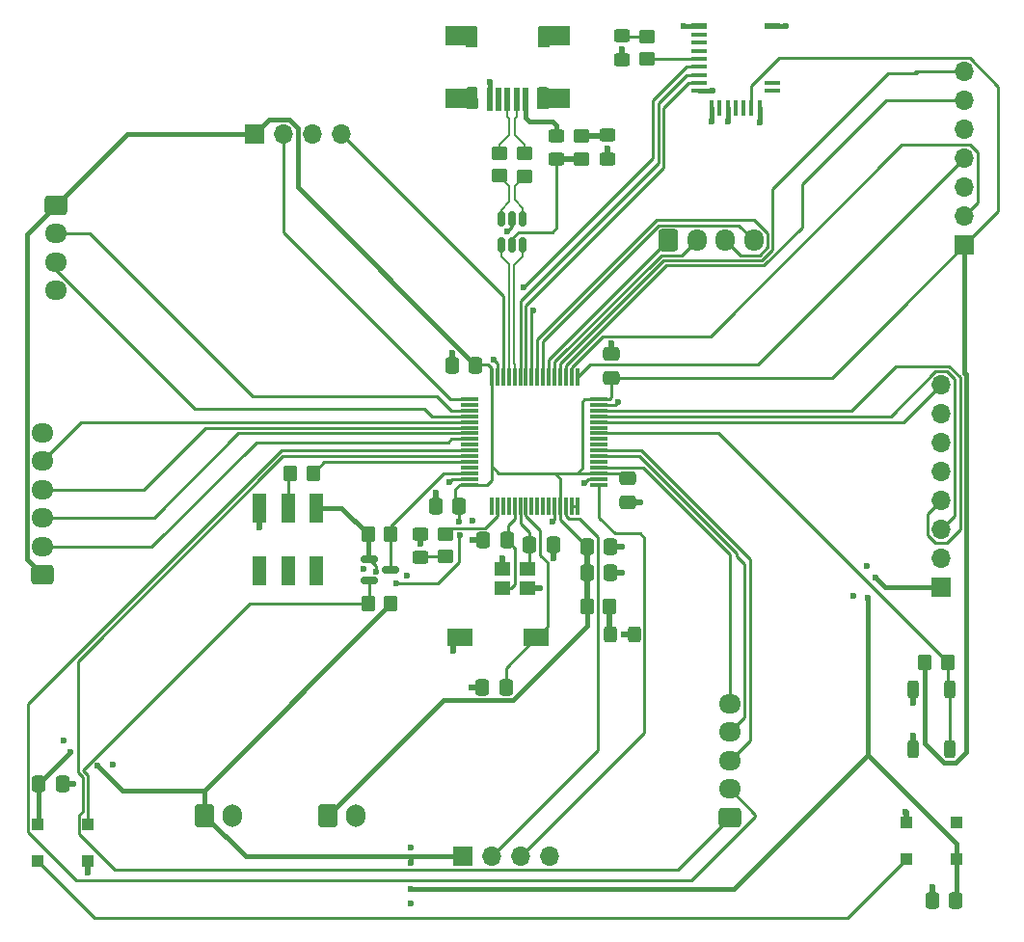
<source format=gbr>
%TF.GenerationSoftware,KiCad,Pcbnew,9.0.1*%
%TF.CreationDate,2025-05-06T12:52:45-06:00*%
%TF.ProjectId,TwylaBorck_2025_STM32F103_RobotBrain,5477796c-6142-46f7-9263-6b5f32303235,rev?*%
%TF.SameCoordinates,Original*%
%TF.FileFunction,Copper,L1,Top*%
%TF.FilePolarity,Positive*%
%FSLAX46Y46*%
G04 Gerber Fmt 4.6, Leading zero omitted, Abs format (unit mm)*
G04 Created by KiCad (PCBNEW 9.0.1) date 2025-05-06 12:52:45*
%MOMM*%
%LPD*%
G01*
G04 APERTURE LIST*
G04 Aperture macros list*
%AMRoundRect*
0 Rectangle with rounded corners*
0 $1 Rounding radius*
0 $2 $3 $4 $5 $6 $7 $8 $9 X,Y pos of 4 corners*
0 Add a 4 corners polygon primitive as box body*
4,1,4,$2,$3,$4,$5,$6,$7,$8,$9,$2,$3,0*
0 Add four circle primitives for the rounded corners*
1,1,$1+$1,$2,$3*
1,1,$1+$1,$4,$5*
1,1,$1+$1,$6,$7*
1,1,$1+$1,$8,$9*
0 Add four rect primitives between the rounded corners*
20,1,$1+$1,$2,$3,$4,$5,0*
20,1,$1+$1,$4,$5,$6,$7,0*
20,1,$1+$1,$6,$7,$8,$9,0*
20,1,$1+$1,$8,$9,$2,$3,0*%
G04 Aperture macros list end*
%TA.AperFunction,SMDPad,CuDef*%
%ADD10RoundRect,0.250000X-0.450000X0.350000X-0.450000X-0.350000X0.450000X-0.350000X0.450000X0.350000X0*%
%TD*%
%TA.AperFunction,SMDPad,CuDef*%
%ADD11RoundRect,0.075000X0.075000X-0.700000X0.075000X0.700000X-0.075000X0.700000X-0.075000X-0.700000X0*%
%TD*%
%TA.AperFunction,SMDPad,CuDef*%
%ADD12RoundRect,0.075000X0.700000X-0.075000X0.700000X0.075000X-0.700000X0.075000X-0.700000X-0.075000X0*%
%TD*%
%TA.AperFunction,SMDPad,CuDef*%
%ADD13RoundRect,0.250000X0.350000X0.450000X-0.350000X0.450000X-0.350000X-0.450000X0.350000X-0.450000X0*%
%TD*%
%TA.AperFunction,SMDPad,CuDef*%
%ADD14RoundRect,0.250000X0.450000X-0.350000X0.450000X0.350000X-0.450000X0.350000X-0.450000X-0.350000X0*%
%TD*%
%TA.AperFunction,SMDPad,CuDef*%
%ADD15RoundRect,0.250000X-0.337500X-0.475000X0.337500X-0.475000X0.337500X0.475000X-0.337500X0.475000X0*%
%TD*%
%TA.AperFunction,ComponentPad*%
%ADD16RoundRect,0.250000X-0.600000X-0.750000X0.600000X-0.750000X0.600000X0.750000X-0.600000X0.750000X0*%
%TD*%
%TA.AperFunction,ComponentPad*%
%ADD17O,1.700000X2.000000*%
%TD*%
%TA.AperFunction,ComponentPad*%
%ADD18R,1.700000X1.700000*%
%TD*%
%TA.AperFunction,ComponentPad*%
%ADD19O,1.700000X1.700000*%
%TD*%
%TA.AperFunction,ComponentPad*%
%ADD20RoundRect,0.250000X0.725000X-0.600000X0.725000X0.600000X-0.725000X0.600000X-0.725000X-0.600000X0*%
%TD*%
%TA.AperFunction,ComponentPad*%
%ADD21O,1.950000X1.700000*%
%TD*%
%TA.AperFunction,SMDPad,CuDef*%
%ADD22RoundRect,0.250000X0.450000X-0.325000X0.450000X0.325000X-0.450000X0.325000X-0.450000X-0.325000X0*%
%TD*%
%TA.AperFunction,SMDPad,CuDef*%
%ADD23RoundRect,0.150000X-0.587500X-0.150000X0.587500X-0.150000X0.587500X0.150000X-0.587500X0.150000X0*%
%TD*%
%TA.AperFunction,SMDPad,CuDef*%
%ADD24RoundRect,0.250000X-0.450000X0.325000X-0.450000X-0.325000X0.450000X-0.325000X0.450000X0.325000X0*%
%TD*%
%TA.AperFunction,SMDPad,CuDef*%
%ADD25RoundRect,0.250000X-0.350000X-0.450000X0.350000X-0.450000X0.350000X0.450000X-0.350000X0.450000X0*%
%TD*%
%TA.AperFunction,SMDPad,CuDef*%
%ADD26R,1.000000X1.000000*%
%TD*%
%TA.AperFunction,SMDPad,CuDef*%
%ADD27RoundRect,0.250000X0.337500X0.475000X-0.337500X0.475000X-0.337500X-0.475000X0.337500X-0.475000X0*%
%TD*%
%TA.AperFunction,ComponentPad*%
%ADD28RoundRect,0.250000X-0.725000X0.600000X-0.725000X-0.600000X0.725000X-0.600000X0.725000X0.600000X0*%
%TD*%
%TA.AperFunction,SMDPad,CuDef*%
%ADD29R,1.400000X0.600000*%
%TD*%
%TA.AperFunction,SMDPad,CuDef*%
%ADD30R,1.400000X0.400000*%
%TD*%
%TA.AperFunction,SMDPad,CuDef*%
%ADD31R,0.400000X1.400000*%
%TD*%
%TA.AperFunction,SMDPad,CuDef*%
%ADD32RoundRect,0.250000X-0.475000X0.337500X-0.475000X-0.337500X0.475000X-0.337500X0.475000X0.337500X0*%
%TD*%
%TA.AperFunction,SMDPad,CuDef*%
%ADD33RoundRect,0.150000X-0.150000X0.512500X-0.150000X-0.512500X0.150000X-0.512500X0.150000X0.512500X0*%
%TD*%
%TA.AperFunction,ComponentPad*%
%ADD34RoundRect,0.250000X-0.600000X-0.725000X0.600000X-0.725000X0.600000X0.725000X-0.600000X0.725000X0*%
%TD*%
%TA.AperFunction,ComponentPad*%
%ADD35O,1.700000X1.950000*%
%TD*%
%TA.AperFunction,SMDPad,CuDef*%
%ADD36R,1.400000X1.200000*%
%TD*%
%TA.AperFunction,SMDPad,CuDef*%
%ADD37R,2.300000X1.500000*%
%TD*%
%TA.AperFunction,SMDPad,CuDef*%
%ADD38RoundRect,0.250000X0.325000X0.450000X-0.325000X0.450000X-0.325000X-0.450000X0.325000X-0.450000X0*%
%TD*%
%TA.AperFunction,SMDPad,CuDef*%
%ADD39RoundRect,0.250000X0.475000X-0.337500X0.475000X0.337500X-0.475000X0.337500X-0.475000X-0.337500X0*%
%TD*%
%TA.AperFunction,SMDPad,CuDef*%
%ADD40RoundRect,0.250000X-0.250000X0.525000X-0.250000X-0.525000X0.250000X-0.525000X0.250000X0.525000X0*%
%TD*%
%TA.AperFunction,SMDPad,CuDef*%
%ADD41R,1.200000X2.500000*%
%TD*%
%TA.AperFunction,SMDPad,CuDef*%
%ADD42R,0.500000X2.000000*%
%TD*%
%TA.AperFunction,SMDPad,CuDef*%
%ADD43R,2.000000X1.700000*%
%TD*%
%TA.AperFunction,ViaPad*%
%ADD44C,0.600000*%
%TD*%
%TA.AperFunction,Conductor*%
%ADD45C,0.254000*%
%TD*%
%TA.AperFunction,Conductor*%
%ADD46C,0.381000*%
%TD*%
%TA.AperFunction,Conductor*%
%ADD47C,0.508000*%
%TD*%
%TA.AperFunction,Conductor*%
%ADD48C,0.200000*%
%TD*%
G04 APERTURE END LIST*
D10*
%TO.P,R2,1*%
%TO.N,/D+*%
X137680000Y-41715000D03*
%TO.P,R2,2*%
%TO.N,/USB_CONN_D+*%
X137680000Y-43715000D03*
%TD*%
D11*
%TO.P,U1,1,VBAT*%
%TO.N,unconnected-(U1-VBAT-Pad1)*%
X136990000Y-72760000D03*
%TO.P,U1,2,PC13*%
%TO.N,/USER_LED*%
X137490000Y-72760000D03*
%TO.P,U1,3,PC14*%
%TO.N,unconnected-(U1-PC14-Pad3)*%
X137990000Y-72760000D03*
%TO.P,U1,4,PC15*%
%TO.N,unconnected-(U1-PC15-Pad4)*%
X138490000Y-72760000D03*
%TO.P,U1,5,RCC_OSC_IN*%
%TO.N,/OSC_IN*%
X138990000Y-72760000D03*
%TO.P,U1,6,RCC_OSC_OUT*%
%TO.N,/OSC_OUT*%
X139490000Y-72760000D03*
%TO.P,U1,7,NRST*%
%TO.N,/RESET*%
X139990000Y-72760000D03*
%TO.P,U1,8,PC0*%
%TO.N,unconnected-(U1-PC0-Pad8)*%
X140490000Y-72760000D03*
%TO.P,U1,9,PC1*%
%TO.N,unconnected-(U1-PC1-Pad9)*%
X140990000Y-72760000D03*
%TO.P,U1,10,PC2*%
%TO.N,unconnected-(U1-PC2-Pad10)*%
X141490000Y-72760000D03*
%TO.P,U1,11,PC3*%
%TO.N,unconnected-(U1-PC3-Pad11)*%
X141990000Y-72760000D03*
%TO.P,U1,12,VSSA*%
%TO.N,GND*%
X142490000Y-72760000D03*
%TO.P,U1,13,VDDA*%
%TO.N,+3V3*%
X142990000Y-72760000D03*
%TO.P,U1,14,PA0*%
%TO.N,/ULTRA_TRIG*%
X143490000Y-72760000D03*
%TO.P,U1,15,PA1*%
%TO.N,Net-(U1-PA1)*%
X143990000Y-72760000D03*
%TO.P,U1,16,PA2*%
X144490000Y-72760000D03*
D12*
%TO.P,U1,17,PA3*%
%TO.N,/ULTRA_ECHO*%
X146415000Y-70835000D03*
%TO.P,U1,18,VSS*%
%TO.N,GND*%
X146415000Y-70335000D03*
%TO.P,U1,19,VDD*%
%TO.N,+3V3*%
X146415000Y-69835000D03*
%TO.P,U1,20,PA4*%
%TO.N,/PWR_ADC*%
X146415000Y-69335000D03*
%TO.P,U1,21,PA5*%
%TO.N,unconnected-(U1-PA5-Pad21)*%
X146415000Y-68835000D03*
%TO.P,U1,22,PA6*%
%TO.N,/E1B*%
X146415000Y-68335000D03*
%TO.P,U1,23,PA7*%
%TO.N,/E1A*%
X146415000Y-67835000D03*
%TO.P,U1,24,PC4*%
%TO.N,unconnected-(U1-PC4-Pad24)*%
X146415000Y-67335000D03*
%TO.P,U1,25,PC5*%
%TO.N,unconnected-(U1-PC5-Pad25)*%
X146415000Y-66835000D03*
%TO.P,U1,26,PB0*%
%TO.N,/uBUTTON*%
X146415000Y-66335000D03*
%TO.P,U1,27,PB1*%
%TO.N,unconnected-(U1-PB1-Pad27)*%
X146415000Y-65835000D03*
%TO.P,U1,28,PB2*%
%TO.N,/IMU_INT*%
X146415000Y-65335000D03*
%TO.P,U1,29,PB10*%
%TO.N,/IMU_I2C_SCL*%
X146415000Y-64835000D03*
%TO.P,U1,30,PB11*%
%TO.N,/IMU_I2C_SDA*%
X146415000Y-64335000D03*
%TO.P,U1,31,VSS*%
%TO.N,GND*%
X146415000Y-63835000D03*
%TO.P,U1,32,VDD*%
%TO.N,+3V3*%
X146415000Y-63335000D03*
D11*
%TO.P,U1,33,PB12*%
%TO.N,/PS2_CS*%
X144490000Y-61410000D03*
%TO.P,U1,34,PB13*%
%TO.N,/PS2_SCK*%
X143990000Y-61410000D03*
%TO.P,U1,35,PB14*%
%TO.N,/PS2_MISO*%
X143490000Y-61410000D03*
%TO.P,U1,36,PB15*%
%TO.N,/PS2_MOSI*%
X142990000Y-61410000D03*
%TO.P,U1,37,PC6*%
%TO.N,/AN1*%
X142490000Y-61410000D03*
%TO.P,U1,38,PC7*%
%TO.N,/AN2*%
X141990000Y-61410000D03*
%TO.P,U1,39,PC8*%
%TO.N,/BN1*%
X141490000Y-61410000D03*
%TO.P,U1,40,PC9*%
%TO.N,/BN2*%
X140990000Y-61410000D03*
%TO.P,U1,41,PA8*%
%TO.N,/BL_WAKEUP*%
X140490000Y-61410000D03*
%TO.P,U1,42,PA9*%
%TO.N,/BL_RX*%
X139990000Y-61410000D03*
%TO.P,U1,43,PA10*%
%TO.N,/BL_TX*%
X139490000Y-61410000D03*
%TO.P,U1,44,USB_DM*%
%TO.N,/USB_D-*%
X138990000Y-61410000D03*
%TO.P,U1,45,USB_DP*%
%TO.N,/USB_D+*%
X138490000Y-61410000D03*
%TO.P,U1,46,SYS_JTMS-SWDIO*%
%TO.N,/SWDIO*%
X137990000Y-61410000D03*
%TO.P,U1,47,VSS*%
%TO.N,GND*%
X137490000Y-61410000D03*
%TO.P,U1,48,VDD*%
%TO.N,+3V3*%
X136990000Y-61410000D03*
D12*
%TO.P,U1,49,SYS_JTCK-SWCLK*%
%TO.N,/SWCLK*%
X135065000Y-63335000D03*
%TO.P,U1,50,PA15*%
%TO.N,unconnected-(U1-PA15-Pad50)*%
X135065000Y-63835000D03*
%TO.P,U1,51,PC10*%
%TO.N,/USER_TX*%
X135065000Y-64335000D03*
%TO.P,U1,52,PC11*%
%TO.N,/USER_RX*%
X135065000Y-64835000D03*
%TO.P,U1,53,PC12*%
%TO.N,/X4*%
X135065000Y-65335000D03*
%TO.P,U1,54,PD2*%
%TO.N,/X3*%
X135065000Y-65835000D03*
%TO.P,U1,55,PB3*%
%TO.N,/X2*%
X135065000Y-66335000D03*
%TO.P,U1,56,PB4*%
%TO.N,/X1*%
X135065000Y-66835000D03*
%TO.P,U1,57,PB5*%
%TO.N,unconnected-(U1-PB5-Pad57)*%
X135065000Y-67335000D03*
%TO.P,U1,58,PB6*%
%TO.N,/E2B*%
X135065000Y-67835000D03*
%TO.P,U1,59,PB7*%
%TO.N,/E2A*%
X135065000Y-68335000D03*
%TO.P,U1,60,BOOT0*%
%TO.N,/BOOT*%
X135065000Y-68835000D03*
%TO.P,U1,61,PB8*%
%TO.N,unconnected-(U1-PB8-Pad61)*%
X135065000Y-69335000D03*
%TO.P,U1,62,PB9*%
%TO.N,/RGB_DIN*%
X135065000Y-69835000D03*
%TO.P,U1,63,VSS*%
%TO.N,GND*%
X135065000Y-70335000D03*
%TO.P,U1,64,VDD*%
%TO.N,+3V3*%
X135065000Y-70835000D03*
%TD*%
D13*
%TO.P,R9,1*%
%TO.N,+5V*%
X128117500Y-81300000D03*
%TO.P,R9,2*%
%TO.N,Net-(LED1-DIN)*%
X126117500Y-81300000D03*
%TD*%
D14*
%TO.P,R3,1*%
%TO.N,/USB_CONN_D-*%
X139860000Y-43735000D03*
%TO.P,R3,2*%
%TO.N,/D-*%
X139860000Y-41735000D03*
%TD*%
D15*
%TO.P,C12,1*%
%TO.N,+5V*%
X97200000Y-97150000D03*
%TO.P,C12,2*%
%TO.N,GND*%
X99275000Y-97150000D03*
%TD*%
D16*
%TO.P,J6,1,Pin_1*%
%TO.N,+3V3*%
X122580000Y-99900000D03*
D17*
%TO.P,J6,2,Pin_2*%
%TO.N,GND*%
X125080000Y-99900000D03*
%TD*%
D18*
%TO.P,J9,1,Pin_1*%
%TO.N,+3V3*%
X178500000Y-49800000D03*
D19*
%TO.P,J9,2,Pin_2*%
%TO.N,/PS2_SCK*%
X178500000Y-47260000D03*
%TO.P,J9,3,Pin_3*%
%TO.N,unconnected-(J9-Pin_3-Pad3)*%
X178500000Y-44720000D03*
%TO.P,J9,4,Pin_4*%
%TO.N,/PS2_CS*%
X178500000Y-42180000D03*
%TO.P,J9,5,Pin_5*%
%TO.N,GND*%
X178500000Y-39640000D03*
%TO.P,J9,6,Pin_6*%
%TO.N,/PS2_MISO*%
X178500000Y-37100000D03*
%TO.P,J9,7,Pin_7*%
%TO.N,/PS2_MOSI*%
X178500000Y-34560000D03*
%TD*%
D20*
%TO.P,J8,1,Pin_1*%
%TO.N,/E2A*%
X157890000Y-100070000D03*
D21*
%TO.P,J8,2,Pin_2*%
%TO.N,/E2B*%
X157890000Y-97570000D03*
%TO.P,J8,3,Pin_3*%
%TO.N,/E1A*%
X157890000Y-95070000D03*
%TO.P,J8,4,Pin_4*%
%TO.N,/E1B*%
X157890000Y-92570000D03*
%TO.P,J8,5,Pin_5*%
%TO.N,/PWR_ADC*%
X157890000Y-90070000D03*
%TD*%
D18*
%TO.P,J2,1,Pin_1*%
%TO.N,+5V*%
X176465000Y-79835000D03*
D19*
%TO.P,J2,2,Pin_2*%
%TO.N,GND*%
X176465000Y-77295000D03*
%TO.P,J2,3,Pin_3*%
%TO.N,/IMU_I2C_SCL*%
X176465000Y-74755000D03*
%TO.P,J2,4,Pin_4*%
%TO.N,/IMU_I2C_SDA*%
X176465000Y-72215000D03*
%TO.P,J2,5,Pin_5*%
%TO.N,unconnected-(J2-Pin_5-Pad5)*%
X176465000Y-69675000D03*
%TO.P,J2,6,Pin_6*%
%TO.N,unconnected-(J2-Pin_6-Pad6)*%
X176465000Y-67135000D03*
%TO.P,J2,7,Pin_7*%
%TO.N,unconnected-(J2-Pin_7-Pad7)*%
X176465000Y-64595000D03*
%TO.P,J2,8,Pin_8*%
%TO.N,/IMU_INT*%
X176465000Y-62055000D03*
%TD*%
D22*
%TO.P,D4,1,K*%
%TO.N,GND*%
X148410000Y-33500000D03*
%TO.P,D4,2,A*%
%TO.N,Net-(D4-A)*%
X148410000Y-31450000D03*
%TD*%
D23*
%TO.P,Q1,1,G*%
%TO.N,+3V3*%
X126210000Y-77360000D03*
%TO.P,Q1,2,S*%
%TO.N,Net-(LED1-DIN)*%
X126210000Y-79260000D03*
%TO.P,Q1,3,D*%
%TO.N,/RGB_DIN*%
X128085000Y-78310000D03*
%TD*%
D24*
%TO.P,D3,1,K*%
%TO.N,GND*%
X130690000Y-75155000D03*
%TO.P,D3,2,A*%
%TO.N,Net-(D3-A)*%
X130690000Y-77205000D03*
%TD*%
D25*
%TO.P,R5,1*%
%TO.N,+3V3*%
X145347500Y-81570000D03*
%TO.P,R5,2*%
%TO.N,Net-(D2-A)*%
X147347500Y-81570000D03*
%TD*%
D26*
%TO.P,LED1,1,VDD*%
%TO.N,+5V*%
X97150000Y-100700000D03*
%TO.P,LED1,2,DOUT*%
%TO.N,Net-(LED1-DOUT)*%
X97150000Y-103900000D03*
%TO.P,LED1,3,VSS*%
%TO.N,GND*%
X101550000Y-103900000D03*
%TO.P,LED1,4,DIN*%
%TO.N,Net-(LED1-DIN)*%
X101550000Y-100700000D03*
%TD*%
D24*
%TO.P,F1,1*%
%TO.N,Net-(J1-VBUS)*%
X142670000Y-40210000D03*
%TO.P,F1,2*%
%TO.N,Vusb*%
X142670000Y-42260000D03*
%TD*%
D27*
%TO.P,C9,1*%
%TO.N,/OSC_IN*%
X138337500Y-75730000D03*
%TO.P,C9,2*%
%TO.N,GND*%
X136262500Y-75730000D03*
%TD*%
D13*
%TO.P,R10,1*%
%TO.N,/RGB_DIN*%
X128117500Y-75210000D03*
%TO.P,R10,2*%
%TO.N,+3V3*%
X126117500Y-75210000D03*
%TD*%
D18*
%TO.P,J4,1,Pin_1*%
%TO.N,+3V3*%
X116160000Y-40040000D03*
D19*
%TO.P,J4,2,Pin_2*%
%TO.N,/SWCLK*%
X118700000Y-40040000D03*
%TO.P,J4,3,Pin_3*%
%TO.N,GND*%
X121240000Y-40040000D03*
%TO.P,J4,4,Pin_4*%
%TO.N,/SWDIO*%
X123780000Y-40040000D03*
%TD*%
D25*
%TO.P,R8,1*%
%TO.N,+3V3*%
X175000000Y-86410000D03*
%TO.P,R8,2*%
%TO.N,/uBUTTON*%
X177000000Y-86410000D03*
%TD*%
D28*
%TO.P,J11,1,Pin_1*%
%TO.N,+3V3*%
X98720000Y-46270000D03*
D21*
%TO.P,J11,2,Pin_2*%
%TO.N,/USER_TX*%
X98720000Y-48770000D03*
%TO.P,J11,3,Pin_3*%
%TO.N,/USER_RX*%
X98720000Y-51270000D03*
%TO.P,J11,4,Pin_4*%
%TO.N,GND*%
X98720000Y-53770000D03*
%TD*%
D29*
%TO.P,MDBT42T-AT1,1,GND@1*%
%TO.N,GND*%
X155200000Y-30540000D03*
D30*
%TO.P,MDBT42T-AT1,2,NC@2*%
%TO.N,unconnected-(MDBT42T-AT1-NC@2-Pad2)*%
X155200000Y-31340000D03*
%TO.P,MDBT42T-AT1,3,NC@3*%
%TO.N,unconnected-(MDBT42T-AT1-NC@3-Pad3)*%
X155200000Y-32040000D03*
%TO.P,MDBT42T-AT1,4,RESET*%
%TO.N,unconnected-(MDBT42T-AT1-RESET-Pad4)*%
X155200000Y-32740000D03*
%TO.P,MDBT42T-AT1,5,INDICATOR*%
%TO.N,Net-(MDBT42T-AT1-INDICATOR)*%
X155200000Y-33440000D03*
%TO.P,MDBT42T-AT1,6,WAKEUP*%
%TO.N,/BL_WAKEUP*%
X155200000Y-34140000D03*
%TO.P,MDBT42T-AT1,7,TX*%
%TO.N,/BL_TX*%
X155200000Y-34840000D03*
%TO.P,MDBT42T-AT1,8,RX*%
%TO.N,/BL_RX*%
X155200000Y-35540000D03*
%TO.P,MDBT42T-AT1,9,UART_PD*%
%TO.N,GND*%
X155200000Y-36240000D03*
D31*
%TO.P,MDBT42T-AT1,10,GND@10*%
X156300000Y-37740000D03*
%TO.P,MDBT42T-AT1,11,ADC*%
%TO.N,unconnected-(MDBT42T-AT1-ADC-Pad11)*%
X157000000Y-37740000D03*
%TO.P,MDBT42T-AT1,12,FLASH_DEFAULT*%
%TO.N,GND*%
X157700000Y-37740000D03*
%TO.P,MDBT42T-AT1,13,RTS/XL2*%
%TO.N,unconnected-(MDBT42T-AT1-RTS{slash}XL2-Pad13)*%
X158400000Y-37740000D03*
%TO.P,MDBT42T-AT1,14,CTS/XL1*%
%TO.N,unconnected-(MDBT42T-AT1-CTS{slash}XL1-Pad14)*%
X159100000Y-37740000D03*
%TO.P,MDBT42T-AT1,15,VDD*%
%TO.N,+3V3*%
X159800000Y-37740000D03*
%TO.P,MDBT42T-AT1,16,GND@16*%
%TO.N,GND*%
X160500000Y-37740000D03*
D30*
%TO.P,MDBT42T-AT1,17,DCC*%
%TO.N,unconnected-(MDBT42T-AT1-DCC-Pad17)*%
X161600000Y-36240000D03*
%TO.P,MDBT42T-AT1,18,DEC4*%
%TO.N,unconnected-(MDBT42T-AT1-DEC4-Pad18)*%
X161600000Y-35540000D03*
D29*
%TO.P,MDBT42T-AT1,19,GND@19*%
%TO.N,GND*%
X161600000Y-30540000D03*
%TD*%
D27*
%TO.P,C2,1*%
%TO.N,+3V3*%
X135577500Y-60340000D03*
%TO.P,C2,2*%
%TO.N,GND*%
X133502500Y-60340000D03*
%TD*%
D10*
%TO.P,R6,1*%
%TO.N,/USER_LED*%
X132960000Y-75150000D03*
%TO.P,R6,2*%
%TO.N,Net-(D3-A)*%
X132960000Y-77150000D03*
%TD*%
D14*
%TO.P,R7,1*%
%TO.N,Net-(MDBT42T-AT1-INDICATOR)*%
X150640000Y-33475000D03*
%TO.P,R7,2*%
%TO.N,Net-(D4-A)*%
X150640000Y-31475000D03*
%TD*%
D32*
%TO.P,C4,1*%
%TO.N,+3V3*%
X148960000Y-70302500D03*
%TO.P,C4,2*%
%TO.N,GND*%
X148960000Y-72377500D03*
%TD*%
D33*
%TO.P,U2,1,I/O1*%
%TO.N,/USB_CONN_D-*%
X139730000Y-47510000D03*
%TO.P,U2,2,GND*%
%TO.N,GND*%
X138780000Y-47510000D03*
%TO.P,U2,3,I/O2*%
%TO.N,/USB_CONN_D+*%
X137830000Y-47510000D03*
%TO.P,U2,4,I/O2*%
%TO.N,/USB_D+*%
X137830000Y-49785000D03*
%TO.P,U2,5,VBUS*%
%TO.N,Vusb*%
X138780000Y-49785000D03*
%TO.P,U2,6,I/O1*%
%TO.N,/USB_D-*%
X139730000Y-49785000D03*
%TD*%
D15*
%TO.P,C5,1*%
%TO.N,+3V3*%
X145352500Y-76290000D03*
%TO.P,C5,2*%
%TO.N,GND*%
X147427500Y-76290000D03*
%TD*%
D18*
%TO.P,J3,1,Pin_1*%
%TO.N,+5V*%
X134460000Y-103485000D03*
D19*
%TO.P,J3,2,Pin_2*%
%TO.N,/ULTRA_TRIG*%
X137000000Y-103485000D03*
%TO.P,J3,3,Pin_3*%
%TO.N,/ULTRA_ECHO*%
X139540000Y-103485000D03*
%TO.P,J3,4,Pin_4*%
%TO.N,GND*%
X142080000Y-103485000D03*
%TD*%
D34*
%TO.P,J7,1,Pin_1*%
%TO.N,/AN2*%
X152510000Y-49370000D03*
D35*
%TO.P,J7,2,Pin_2*%
%TO.N,/AN1*%
X155010000Y-49370000D03*
%TO.P,J7,3,Pin_3*%
%TO.N,/BN2*%
X157510000Y-49370000D03*
%TO.P,J7,4,Pin_4*%
%TO.N,/BN1*%
X160010000Y-49370000D03*
%TD*%
D36*
%TO.P,Y2,1,1*%
%TO.N,/OSC_IN*%
X137952500Y-79920000D03*
%TO.P,Y2,2,2*%
%TO.N,GND*%
X140152500Y-79920000D03*
%TO.P,Y2,3,3*%
%TO.N,/OSC_OUT*%
X140152500Y-78220000D03*
%TO.P,Y2,4,4*%
%TO.N,GND*%
X137952500Y-78220000D03*
%TD*%
D37*
%TO.P,SW1,1,A*%
%TO.N,GND*%
X134220000Y-84280000D03*
%TO.P,SW1,2,B*%
%TO.N,/RESET*%
X140920000Y-84280000D03*
%TD*%
D15*
%TO.P,C6,1*%
%TO.N,+3V3*%
X145352500Y-78580000D03*
%TO.P,C6,2*%
%TO.N,GND*%
X147427500Y-78580000D03*
%TD*%
D16*
%TO.P,J5,1,Pin_1*%
%TO.N,+5V*%
X111750000Y-99875000D03*
D17*
%TO.P,J5,2,Pin_2*%
%TO.N,GND*%
X114250000Y-99875000D03*
%TD*%
D38*
%TO.P,D2,1,K*%
%TO.N,GND*%
X149492500Y-83950000D03*
%TO.P,D2,2,A*%
%TO.N,Net-(D2-A)*%
X147442500Y-83950000D03*
%TD*%
D27*
%TO.P,C1,1*%
%TO.N,+3V3*%
X134137500Y-72690000D03*
%TO.P,C1,2*%
%TO.N,GND*%
X132062500Y-72690000D03*
%TD*%
D26*
%TO.P,LED2,1,VDD*%
%TO.N,+5V*%
X177760000Y-103740000D03*
%TO.P,LED2,2,DOUT*%
%TO.N,unconnected-(LED2-DOUT-Pad2)*%
X177760000Y-100540000D03*
%TO.P,LED2,3,VSS*%
%TO.N,GND*%
X173360000Y-100540000D03*
%TO.P,LED2,4,DIN*%
%TO.N,Net-(LED1-DOUT)*%
X173360000Y-103740000D03*
%TD*%
D15*
%TO.P,C8,1*%
%TO.N,/OSC_OUT*%
X140312500Y-76140000D03*
%TO.P,C8,2*%
%TO.N,GND*%
X142387500Y-76140000D03*
%TD*%
D13*
%TO.P,R1,1*%
%TO.N,/BOOT*%
X121300000Y-69810000D03*
%TO.P,R1,2*%
%TO.N,Net-(R1-Pad2)*%
X119300000Y-69810000D03*
%TD*%
D20*
%TO.P,J10,1,Pin_1*%
%TO.N,+3V3*%
X97510000Y-78760000D03*
D21*
%TO.P,J10,2,Pin_2*%
%TO.N,/X1*%
X97510000Y-76260000D03*
%TO.P,J10,3,Pin_3*%
%TO.N,/X2*%
X97510000Y-73760000D03*
%TO.P,J10,4,Pin_4*%
%TO.N,/X3*%
X97510000Y-71260000D03*
%TO.P,J10,5,Pin_5*%
%TO.N,/X4*%
X97510000Y-68760000D03*
%TO.P,J10,6,Pin_6*%
%TO.N,GND*%
X97510000Y-66260000D03*
%TD*%
D39*
%TO.P,C3,1*%
%TO.N,+3V3*%
X147470000Y-61457500D03*
%TO.P,C3,2*%
%TO.N,GND*%
X147470000Y-59382500D03*
%TD*%
D40*
%TO.P,SW2,1,A*%
%TO.N,/uBUTTON*%
X177200000Y-88835000D03*
X177200000Y-94085000D03*
%TO.P,SW2,2,B*%
%TO.N,GND*%
X174000000Y-88835000D03*
X174000000Y-94085000D03*
%TD*%
D22*
%TO.P,D1,1,K*%
%TO.N,GND*%
X147160000Y-42210000D03*
%TO.P,D1,2,A*%
%TO.N,Net-(D1-A)*%
X147160000Y-40160000D03*
%TD*%
D41*
%TO.P,S1,1*%
%TO.N,+3V3*%
X121610000Y-72880000D03*
%TO.P,S1,2*%
%TO.N,Net-(R1-Pad2)*%
X119110000Y-72880000D03*
%TO.P,S1,3*%
%TO.N,GND*%
X116610000Y-72880000D03*
%TO.P,S1,4*%
%TO.N,unconnected-(S1-Pad4)*%
X121610000Y-78380000D03*
%TO.P,S1,5*%
%TO.N,unconnected-(S1-Pad5)*%
X119110000Y-78380000D03*
%TO.P,S1,6*%
%TO.N,unconnected-(S1-Pad6)*%
X116610000Y-78380000D03*
%TD*%
D27*
%TO.P,C11,1*%
%TO.N,+5V*%
X177747500Y-107320000D03*
%TO.P,C11,2*%
%TO.N,GND*%
X175672500Y-107320000D03*
%TD*%
D42*
%TO.P,J1,1,VBUS*%
%TO.N,Net-(J1-VBUS)*%
X139980000Y-37000000D03*
%TO.P,J1,2,D-*%
%TO.N,/D-*%
X139180000Y-37000000D03*
%TO.P,J1,3,D+*%
%TO.N,/D+*%
X138380000Y-37000000D03*
%TO.P,J1,4,ID*%
%TO.N,unconnected-(J1-ID-Pad4)*%
X137580000Y-37000000D03*
%TO.P,J1,5,GND*%
%TO.N,GND*%
X136780000Y-37000000D03*
D43*
%TO.P,J1,6,Shield*%
X142830000Y-36900000D03*
X142830000Y-31450000D03*
X133930000Y-36900000D03*
X133930000Y-31450000D03*
%TD*%
D27*
%TO.P,C7,1*%
%TO.N,/RESET*%
X138247500Y-88630000D03*
%TO.P,C7,2*%
%TO.N,GND*%
X136172500Y-88630000D03*
%TD*%
D14*
%TO.P,R4,1*%
%TO.N,Vusb*%
X144880000Y-42215000D03*
%TO.P,R4,2*%
%TO.N,Net-(D1-A)*%
X144880000Y-40215000D03*
%TD*%
D44*
%TO.N,+3V3*%
X128600000Y-79500000D03*
X134160000Y-75304000D03*
X134100000Y-74050000D03*
X126847500Y-78461242D03*
%TO.N,GND*%
X135300000Y-31060000D03*
X135310000Y-31970000D03*
X138320000Y-48630000D03*
X101550000Y-104940000D03*
X136780000Y-35480000D03*
X103700000Y-95400000D03*
X137200000Y-59890000D03*
X135310000Y-36460000D03*
X100250000Y-97140000D03*
X148430000Y-76280000D03*
X133260000Y-70570000D03*
X160490000Y-38990000D03*
X156300000Y-38970000D03*
X99400000Y-93300000D03*
X135310000Y-75730000D03*
X129900000Y-102700000D03*
X141240000Y-79920000D03*
X116610000Y-74610000D03*
X162820000Y-30550000D03*
X150070000Y-72380000D03*
X125700000Y-78200000D03*
X174000000Y-92900000D03*
X132070000Y-71580000D03*
X133640000Y-85390000D03*
X141410000Y-36420000D03*
X145110000Y-70690000D03*
X168700000Y-80600000D03*
X173350000Y-99580000D03*
X135300000Y-74000000D03*
X153880000Y-30560000D03*
X148580000Y-83950000D03*
X169900000Y-78000000D03*
X135220000Y-88640000D03*
X141420000Y-37150000D03*
X141430000Y-31900000D03*
X141430000Y-31090000D03*
X157700000Y-38950000D03*
X175680000Y-106180000D03*
X148460000Y-78570000D03*
X129500000Y-78800000D03*
X137960000Y-77270000D03*
X148070000Y-63560000D03*
X148400000Y-32585000D03*
X129900000Y-107600000D03*
X156420000Y-36240000D03*
X130690000Y-76070000D03*
X133510000Y-59260000D03*
X142390000Y-77290000D03*
X173990000Y-90010000D03*
X142300000Y-74080000D03*
X147470000Y-58420000D03*
X135310000Y-37250000D03*
X147170000Y-41280000D03*
%TO.N,+5V*%
X170700000Y-79000000D03*
X129900000Y-106300000D03*
X170000000Y-80800000D03*
X102400000Y-95500000D03*
X100000000Y-94300000D03*
X129900000Y-104036000D03*
%TO.N,/BL_WAKEUP*%
X140617000Y-55500000D03*
X139800000Y-53500000D03*
%TD*%
D45*
%TO.N,/PS2_SCK*%
X178987944Y-41002000D02*
X173003895Y-41002000D01*
X156213895Y-57792000D02*
X146716992Y-57792000D01*
X178500000Y-47260000D02*
X179678000Y-46082000D01*
X179678000Y-41692056D02*
X178987944Y-41002000D01*
X146716992Y-57792000D02*
X143990000Y-60518992D01*
X179678000Y-46082000D02*
X179678000Y-41692056D01*
X143990000Y-60518992D02*
X143990000Y-61410000D01*
X173003895Y-41002000D02*
X156213895Y-57792000D01*
%TO.N,/PS2_MISO*%
X171594107Y-37100000D02*
X178500000Y-37100000D01*
X143490000Y-61410000D02*
X143490000Y-60375525D01*
X164222000Y-44472107D02*
X171594107Y-37100000D01*
X152282525Y-51583000D02*
X160874880Y-51582999D01*
X143490000Y-60375525D02*
X152282525Y-51583000D01*
X164222000Y-48235879D02*
X164222000Y-44472107D01*
X160874880Y-51582999D02*
X164222000Y-48235879D01*
%TO.N,/PS2_CS*%
X145602000Y-60298000D02*
X160382000Y-60298000D01*
X144490000Y-61410000D02*
X145602000Y-60298000D01*
X160382000Y-60298000D02*
X178500000Y-42180000D01*
%TO.N,/PS2_MOSI*%
X152038936Y-51128000D02*
X160686412Y-51128000D01*
X174260000Y-34700000D02*
X174400000Y-34560000D01*
X174400000Y-34560000D02*
X178500000Y-34560000D01*
X161643000Y-44857000D02*
X171800000Y-34700000D01*
X142990000Y-61410000D02*
X142990000Y-60176936D01*
X174134107Y-34560000D02*
X174400000Y-34560000D01*
X160686412Y-51128000D02*
X161643000Y-50171411D01*
X161643000Y-50171411D02*
X161643000Y-44857000D01*
X171800000Y-34700000D02*
X174260000Y-34700000D01*
X142990000Y-60176936D02*
X152038936Y-51128000D01*
%TO.N,Net-(U1-PA1)*%
X143990000Y-72760000D02*
X144490000Y-72760000D01*
%TO.N,/X4*%
X97510000Y-68760000D02*
X100935000Y-65335000D01*
X100935000Y-65335000D02*
X135065000Y-65335000D01*
%TO.N,/X3*%
X111865000Y-65835000D02*
X106400000Y-71300000D01*
X106360000Y-71260000D02*
X97510000Y-71260000D01*
X106400000Y-71300000D02*
X106360000Y-71260000D01*
X135065000Y-65835000D02*
X111865000Y-65835000D01*
%TO.N,/X1*%
X135065000Y-66835000D02*
X133465000Y-66835000D01*
X133465000Y-66835000D02*
X133200000Y-67100000D01*
X107140000Y-76260000D02*
X97510000Y-76260000D01*
X133200000Y-67100000D02*
X116300000Y-67100000D01*
X116300000Y-67100000D02*
X107140000Y-76260000D01*
%TO.N,/X2*%
X135065000Y-66335000D02*
X114765000Y-66335000D01*
X107340000Y-73760000D02*
X97510000Y-73760000D01*
X114765000Y-66335000D02*
X107340000Y-73760000D01*
%TO.N,/USER_TX*%
X116000000Y-63100000D02*
X101670000Y-48770000D01*
X135065000Y-64335000D02*
X133435000Y-64335000D01*
X101670000Y-48770000D02*
X98720000Y-48770000D01*
X132200000Y-63100000D02*
X116000000Y-63100000D01*
X133435000Y-64335000D02*
X132200000Y-63100000D01*
%TO.N,/USER_RX*%
X135065000Y-64835000D02*
X131735000Y-64835000D01*
X110940944Y-64200000D02*
X98720000Y-51979056D01*
X131735000Y-64835000D02*
X131100000Y-64200000D01*
X98720000Y-51979056D02*
X98720000Y-51270000D01*
X131100000Y-64200000D02*
X110940944Y-64200000D01*
%TO.N,/RESET*%
X138247500Y-86952500D02*
X140920000Y-84280000D01*
X140920000Y-84280000D02*
X141868000Y-83332000D01*
X141228000Y-74845008D02*
X139990000Y-73607008D01*
X141228000Y-77016127D02*
X141228000Y-74845008D01*
X141868000Y-83332000D02*
X141868000Y-77656127D01*
X139990000Y-73607008D02*
X139990000Y-72760000D01*
X141868000Y-77656127D02*
X141228000Y-77016127D01*
X138247500Y-88630000D02*
X138247500Y-86952500D01*
%TO.N,+3V3*%
X147295000Y-63335000D02*
X147470000Y-63160000D01*
X133780000Y-71210000D02*
X133780000Y-72332500D01*
D46*
X132733500Y-89746500D02*
X138857644Y-89746500D01*
X138857644Y-89746500D02*
X145347500Y-83256644D01*
D45*
X172700000Y-55600000D02*
X178500000Y-49800000D01*
D46*
X177722644Y-95251500D02*
X178616500Y-94357644D01*
X145347500Y-83256644D02*
X145347500Y-81570000D01*
D47*
X145352500Y-78580000D02*
X145352500Y-76290000D01*
D45*
X135647500Y-60270000D02*
X135577500Y-60340000D01*
X148492500Y-69835000D02*
X148960000Y-70302500D01*
X178500000Y-49800000D02*
X181472000Y-46828000D01*
X181472000Y-46828000D02*
X181472000Y-35866056D01*
X126847500Y-77997500D02*
X126210000Y-77360000D01*
X134100000Y-72727500D02*
X134137500Y-72690000D01*
X147470000Y-63160000D02*
X147470000Y-61457500D01*
D46*
X97510000Y-78760000D02*
X96143500Y-77393500D01*
D45*
X142990000Y-72760000D02*
X142990000Y-70305000D01*
D46*
X126117500Y-77267500D02*
X126210000Y-77360000D01*
D45*
X142990000Y-70305000D02*
X142520000Y-69835000D01*
D46*
X175000000Y-93574144D02*
X176677356Y-95251500D01*
X98720000Y-46270000D02*
X104950000Y-40040000D01*
D45*
X136660000Y-60270000D02*
X135647500Y-60270000D01*
X136990000Y-61410000D02*
X136990000Y-60600000D01*
D46*
X119941500Y-44704000D02*
X135577500Y-60340000D01*
X178616500Y-94357644D02*
X178616500Y-61163818D01*
X175000000Y-86410000D02*
X175000000Y-93574144D01*
X176677356Y-95251500D02*
X177722644Y-95251500D01*
D45*
X144930000Y-69385000D02*
X144480000Y-69835000D01*
D46*
X116160000Y-40040000D02*
X117401500Y-38798500D01*
D45*
X142990000Y-73927500D02*
X145352500Y-76290000D01*
D46*
X117401500Y-38798500D02*
X119214247Y-38798500D01*
X96143500Y-77393500D02*
X96143500Y-48846500D01*
D45*
X145155000Y-63335000D02*
X144930000Y-63560000D01*
X136990000Y-60600000D02*
X136660000Y-60270000D01*
X133780000Y-72332500D02*
X134137500Y-72690000D01*
X134100000Y-77559342D02*
X134100000Y-75364000D01*
X144480000Y-69835000D02*
X142520000Y-69835000D01*
X134137500Y-77596842D02*
X134100000Y-77559342D01*
X134100000Y-74050000D02*
X134100000Y-72727500D01*
X144930000Y-63560000D02*
X144930000Y-69385000D01*
D46*
X178500000Y-61047318D02*
X178500000Y-49800000D01*
D45*
X137615000Y-69835000D02*
X136990000Y-69210000D01*
D46*
X119941500Y-39525753D02*
X119941500Y-44704000D01*
D45*
X147470000Y-61457500D02*
X166842500Y-61457500D01*
D46*
X178616500Y-61163818D02*
X178500000Y-61047318D01*
D45*
X178987944Y-33382000D02*
X162202000Y-33382000D01*
X136990000Y-69210000D02*
X136990000Y-61410000D01*
D46*
X104950000Y-40040000D02*
X116160000Y-40040000D01*
D45*
X134100000Y-75364000D02*
X134160000Y-75304000D01*
D46*
X123787500Y-72880000D02*
X126117500Y-75210000D01*
D45*
X142990000Y-72760000D02*
X142990000Y-73927500D01*
D47*
X145347500Y-78585000D02*
X145352500Y-78580000D01*
D46*
X119214247Y-38798500D02*
X119941500Y-39525753D01*
X96143500Y-48846500D02*
X98720000Y-46270000D01*
D45*
X134137500Y-77596842D02*
X132234342Y-79500000D01*
D47*
X145347500Y-81570000D02*
X145347500Y-78585000D01*
D45*
X132234342Y-79500000D02*
X128600000Y-79500000D01*
X136990000Y-69210000D02*
X136990000Y-70450000D01*
X166842500Y-61457500D02*
X172700000Y-55600000D01*
X181472000Y-35866056D02*
X178987944Y-33382000D01*
X126847500Y-78461242D02*
X126847500Y-77997500D01*
X162202000Y-33382000D02*
X159800000Y-35784000D01*
X134155000Y-70835000D02*
X133780000Y-71210000D01*
X146415000Y-69835000D02*
X148492500Y-69835000D01*
X146415000Y-63335000D02*
X147295000Y-63335000D01*
D46*
X126117500Y-75210000D02*
X126117500Y-77267500D01*
D45*
X136605000Y-70835000D02*
X135065000Y-70835000D01*
X146415000Y-69835000D02*
X144480000Y-69835000D01*
X135065000Y-70835000D02*
X134155000Y-70835000D01*
X146415000Y-63335000D02*
X145155000Y-63335000D01*
X142520000Y-69835000D02*
X137615000Y-69835000D01*
D46*
X122580000Y-99900000D02*
X132733500Y-89746500D01*
D45*
X159800000Y-35784000D02*
X159800000Y-37740000D01*
D46*
X121610000Y-72880000D02*
X123787500Y-72880000D01*
D45*
X136990000Y-70450000D02*
X136605000Y-70835000D01*
%TO.N,GND*%
X145465000Y-70335000D02*
X145110000Y-70690000D01*
D47*
X137960000Y-77270000D02*
X137960000Y-78212500D01*
X148430000Y-76280000D02*
X147437500Y-76280000D01*
X173360000Y-99590000D02*
X173350000Y-99580000D01*
X135310000Y-75730000D02*
X136262500Y-75730000D01*
D46*
X160500000Y-38980000D02*
X160490000Y-38990000D01*
D47*
X175672500Y-106187500D02*
X175680000Y-106180000D01*
X100240000Y-97150000D02*
X100250000Y-97140000D01*
D45*
X135065000Y-70335000D02*
X133495000Y-70335000D01*
D47*
X174000000Y-88835000D02*
X174000000Y-90000000D01*
D46*
X160500000Y-37740000D02*
X160500000Y-38980000D01*
D47*
X173360000Y-100540000D02*
X173360000Y-99590000D01*
X137960000Y-78212500D02*
X137952500Y-78220000D01*
X147437500Y-78570000D02*
X147427500Y-78580000D01*
X141240000Y-79920000D02*
X140152500Y-79920000D01*
X136172500Y-88630000D02*
X135230000Y-88630000D01*
D45*
X138780000Y-48170000D02*
X138320000Y-48630000D01*
D47*
X148410000Y-33500000D02*
X148410000Y-32595000D01*
D45*
X138780000Y-47510000D02*
X138780000Y-48170000D01*
D47*
X135230000Y-88630000D02*
X135220000Y-88640000D01*
X133510000Y-60332500D02*
X133502500Y-60340000D01*
D45*
X137490000Y-61410000D02*
X137490000Y-60180000D01*
X133495000Y-70335000D02*
X133260000Y-70570000D01*
D47*
X142390000Y-76142500D02*
X142387500Y-76140000D01*
D45*
X137490000Y-60180000D02*
X137200000Y-59890000D01*
D47*
X132070000Y-71580000D02*
X132070000Y-72682500D01*
D45*
X146415000Y-63835000D02*
X147795000Y-63835000D01*
D47*
X132070000Y-72682500D02*
X132062500Y-72690000D01*
D46*
X155200000Y-30540000D02*
X155180000Y-30560000D01*
D45*
X147795000Y-63835000D02*
X148070000Y-63560000D01*
D47*
X133640000Y-85390000D02*
X133640000Y-84860000D01*
X174000000Y-94085000D02*
X174000000Y-92900000D01*
D46*
X136780000Y-37000000D02*
X136780000Y-35480000D01*
D47*
X116610000Y-74610000D02*
X116610000Y-72880000D01*
D46*
X155200000Y-36240000D02*
X156420000Y-36240000D01*
X155180000Y-30560000D02*
X153880000Y-30560000D01*
D47*
X147170000Y-42200000D02*
X147160000Y-42210000D01*
X174000000Y-90000000D02*
X173990000Y-90010000D01*
X142390000Y-77290000D02*
X142390000Y-76142500D01*
X148962500Y-72380000D02*
X148960000Y-72377500D01*
X130690000Y-76070000D02*
X130690000Y-75155000D01*
D46*
X156300000Y-37740000D02*
X156300000Y-38970000D01*
X157700000Y-37740000D02*
X157700000Y-38950000D01*
D47*
X147470000Y-58420000D02*
X147470000Y-59382500D01*
D45*
X142490000Y-72760000D02*
X142490000Y-73890000D01*
D47*
X133510000Y-59260000D02*
X133510000Y-60332500D01*
X148580000Y-83950000D02*
X149492500Y-83950000D01*
X175672500Y-107320000D02*
X175672500Y-106187500D01*
X147170000Y-41280000D02*
X147170000Y-42200000D01*
X133640000Y-84860000D02*
X134220000Y-84280000D01*
X101550000Y-103900000D02*
X101550000Y-104940000D01*
D45*
X142490000Y-73890000D02*
X142300000Y-74080000D01*
D47*
X147437500Y-76280000D02*
X147427500Y-76290000D01*
D45*
X146415000Y-70335000D02*
X145465000Y-70335000D01*
D47*
X148460000Y-78570000D02*
X147437500Y-78570000D01*
X148410000Y-32595000D02*
X148400000Y-32585000D01*
D46*
X161600000Y-30540000D02*
X162810000Y-30540000D01*
D47*
X150070000Y-72380000D02*
X148962500Y-72380000D01*
D46*
X162810000Y-30540000D02*
X162820000Y-30550000D01*
D47*
X99275000Y-97150000D02*
X100240000Y-97150000D01*
D45*
%TO.N,Net-(R1-Pad2)*%
X119110000Y-72880000D02*
X119110000Y-70000000D01*
X119110000Y-70000000D02*
X119300000Y-69810000D01*
%TO.N,/BOOT*%
X121300000Y-69810000D02*
X122253000Y-68857000D01*
X134195992Y-68857000D02*
X134217992Y-68835000D01*
X134217992Y-68835000D02*
X135065000Y-68835000D01*
X122253000Y-68857000D02*
X134195992Y-68857000D01*
%TO.N,/OSC_OUT*%
X140312500Y-75032500D02*
X140312500Y-76140000D01*
X139490000Y-74210000D02*
X140312500Y-75032500D01*
X140312500Y-78060000D02*
X140152500Y-78220000D01*
X139490000Y-72760000D02*
X139490000Y-74210000D01*
X140312500Y-76140000D02*
X140312500Y-78060000D01*
%TO.N,/OSC_IN*%
X138690000Y-79920000D02*
X139030000Y-79580000D01*
X137952500Y-79920000D02*
X138690000Y-79920000D01*
X138990000Y-73830000D02*
X138410000Y-74410000D01*
X139030000Y-76422500D02*
X138337500Y-75730000D01*
X138410000Y-74410000D02*
X138410000Y-75657500D01*
X139030000Y-79580000D02*
X139030000Y-76422500D01*
X138990000Y-72760000D02*
X138990000Y-73830000D01*
X138410000Y-75657500D02*
X138337500Y-75730000D01*
D47*
%TO.N,Net-(D1-A)*%
X147105000Y-40215000D02*
X144880000Y-40215000D01*
X147160000Y-40160000D02*
X147105000Y-40215000D01*
D48*
%TO.N,/D+*%
X138555000Y-38675001D02*
X138555000Y-40095000D01*
X138380000Y-38500001D02*
X138555000Y-38675001D01*
X138380000Y-37000000D02*
X138380000Y-38500001D01*
X138555000Y-40095000D02*
X137680000Y-40970000D01*
X137680000Y-40970000D02*
X137680000Y-41715000D01*
%TO.N,/D-*%
X139180000Y-38500001D02*
X139005000Y-38675001D01*
X139005000Y-40095000D02*
X139860000Y-40950000D01*
X139860000Y-40950000D02*
X139860000Y-41735000D01*
X139180000Y-37000000D02*
X139180000Y-38500001D01*
X139005000Y-38675001D02*
X139005000Y-40095000D01*
D46*
%TO.N,Net-(J1-VBUS)*%
X139980000Y-37000000D02*
X139980000Y-38590000D01*
X140330000Y-38940000D02*
X142300000Y-38940000D01*
X142300000Y-38940000D02*
X142670000Y-39310000D01*
X142670000Y-39310000D02*
X142670000Y-40210000D01*
X139980000Y-38590000D02*
X140330000Y-38940000D01*
D48*
%TO.N,/USB_CONN_D+*%
X138554999Y-45998197D02*
X137830000Y-46723196D01*
X137830000Y-46723196D02*
X137830000Y-47510000D01*
X137680000Y-43715000D02*
X138554999Y-44589999D01*
X138554999Y-44589999D02*
X138554999Y-45998197D01*
%TO.N,/USB_CONN_D-*%
X139730000Y-46536802D02*
X139730000Y-47510000D01*
X139005001Y-45811803D02*
X139730000Y-46536802D01*
X139005001Y-44589999D02*
X139005001Y-45811803D01*
X139860000Y-43735000D02*
X139005001Y-44589999D01*
D45*
%TO.N,Vusb*%
X138780000Y-49230000D02*
X139340000Y-48670000D01*
X139340000Y-48670000D02*
X142290000Y-48670000D01*
X142290000Y-48670000D02*
X142670000Y-48290000D01*
X138780000Y-49785000D02*
X138780000Y-49230000D01*
D47*
X142715000Y-42215000D02*
X142670000Y-42260000D01*
X144880000Y-42215000D02*
X142715000Y-42215000D01*
D45*
X142670000Y-48290000D02*
X142670000Y-42260000D01*
D48*
%TO.N,/USB_D+*%
X137830000Y-50778751D02*
X137830000Y-49785000D01*
X138490000Y-60247499D02*
X138515000Y-60222499D01*
X138490000Y-61410000D02*
X138490000Y-60247499D01*
X137830000Y-50778751D02*
X138515000Y-51463750D01*
X138515000Y-60222499D02*
X138515000Y-51463750D01*
%TO.N,/USB_D-*%
X138965000Y-51543751D02*
X139730000Y-50778751D01*
X138990000Y-60247499D02*
X138965000Y-60222499D01*
X139730000Y-50778751D02*
X139730000Y-49785000D01*
X138965000Y-60222499D02*
X138965000Y-51543751D01*
X138990000Y-61410000D02*
X138990000Y-60247499D01*
D47*
%TO.N,Net-(D2-A)*%
X147347500Y-83855000D02*
X147442500Y-83950000D01*
X147347500Y-81570000D02*
X147347500Y-83855000D01*
D45*
%TO.N,Net-(D3-A)*%
X130745000Y-77150000D02*
X130690000Y-77205000D01*
X132960000Y-77150000D02*
X130745000Y-77150000D01*
%TO.N,/USER_LED*%
X132960000Y-75150000D02*
X133433000Y-74677000D01*
X137490000Y-73607008D02*
X137490000Y-72760000D01*
X136420008Y-74677000D02*
X137490000Y-73607008D01*
X133433000Y-74677000D02*
X136420008Y-74677000D01*
D46*
%TO.N,+5V*%
X111750000Y-97667500D02*
X128117500Y-81300000D01*
X158263000Y-106300000D02*
X170000000Y-94563000D01*
X111750000Y-99875000D02*
X111750000Y-97667500D01*
X170000000Y-80800000D02*
X170000000Y-94563000D01*
X177760000Y-103740000D02*
X177760000Y-107307500D01*
X97200000Y-97150000D02*
X97200000Y-100650000D01*
X100000000Y-94350000D02*
X97200000Y-97150000D01*
X104567500Y-97667500D02*
X102400000Y-95500000D01*
X129900000Y-103485000D02*
X115360000Y-103485000D01*
X177760000Y-107307500D02*
X177747500Y-107320000D01*
X129900000Y-106300000D02*
X158263000Y-106300000D01*
X171535000Y-79835000D02*
X170700000Y-79000000D01*
X115360000Y-103485000D02*
X111750000Y-99875000D01*
X176465000Y-79835000D02*
X171535000Y-79835000D01*
X177760000Y-102323000D02*
X177760000Y-103740000D01*
X129900000Y-103485000D02*
X129900000Y-104036000D01*
X100000000Y-94300000D02*
X100000000Y-94350000D01*
X111750000Y-97667500D02*
X104567500Y-97667500D01*
X134460000Y-103485000D02*
X129900000Y-103485000D01*
X170000000Y-94563000D02*
X177760000Y-102323000D01*
X97200000Y-100650000D02*
X97150000Y-100700000D01*
D45*
%TO.N,/IMU_INT*%
X173185000Y-65335000D02*
X146415000Y-65335000D01*
X176465000Y-62055000D02*
X173185000Y-65335000D01*
%TO.N,/IMU_I2C_SCL*%
X175977056Y-60877000D02*
X172019056Y-64835000D01*
X177643000Y-61567056D02*
X176952944Y-60877000D01*
X176952944Y-60877000D02*
X175977056Y-60877000D01*
X176465000Y-74755000D02*
X177643000Y-73577000D01*
X177643000Y-73577000D02*
X177643000Y-61567056D01*
X172019056Y-64835000D02*
X146415000Y-64835000D01*
%TO.N,/IMU_I2C_SDA*%
X177141411Y-60422000D02*
X172498000Y-60422000D01*
X175287000Y-75242944D02*
X175977056Y-75933000D01*
X176952944Y-75933000D02*
X178098000Y-74787944D01*
X176465000Y-72215000D02*
X175287000Y-73393000D01*
X175287000Y-73393000D02*
X175287000Y-75242944D01*
X168563000Y-64357000D02*
X146200000Y-64357000D01*
X175977056Y-75933000D02*
X176952944Y-75933000D01*
X172498000Y-60422000D02*
X168563000Y-64357000D01*
X178098000Y-61378588D02*
X177141411Y-60422000D01*
X178098000Y-74787944D02*
X178098000Y-61378588D01*
%TO.N,Net-(D4-A)*%
X150640000Y-31475000D02*
X148435000Y-31475000D01*
X148435000Y-31475000D02*
X148410000Y-31450000D01*
%TO.N,/BL_WAKEUP*%
X140490000Y-61410000D02*
X140490000Y-55627000D01*
X151145000Y-42155000D02*
X151145000Y-37055000D01*
X139800000Y-53500000D02*
X151145000Y-42155000D01*
X154060000Y-34140000D02*
X155200000Y-34140000D01*
X140490000Y-55627000D02*
X140617000Y-55500000D01*
X151145000Y-37055000D02*
X154060000Y-34140000D01*
%TO.N,/BL_RX*%
X154246000Y-35540000D02*
X152055000Y-37731000D01*
X139990000Y-55110000D02*
X139990000Y-61410000D01*
X152055000Y-43045000D02*
X139990000Y-55110000D01*
X152055000Y-37731000D02*
X152055000Y-43045000D01*
X155200000Y-35540000D02*
X154246000Y-35540000D01*
%TO.N,/BL_TX*%
X154060000Y-34840000D02*
X155200000Y-34840000D01*
X139490000Y-61410000D02*
X139490000Y-54710000D01*
X151600000Y-42600000D02*
X151600000Y-37300000D01*
X151600000Y-37300000D02*
X154060000Y-34840000D01*
X139490000Y-54710000D02*
X151600000Y-42600000D01*
%TO.N,Net-(MDBT42T-AT1-INDICATOR)*%
X155200000Y-33440000D02*
X150675000Y-33440000D01*
X150675000Y-33440000D02*
X150640000Y-33475000D01*
%TO.N,/ULTRA_TRIG*%
X144734008Y-73863000D02*
X143745992Y-73863000D01*
X143745992Y-73863000D02*
X143490000Y-73607008D01*
X137000000Y-103485000D02*
X146300000Y-94185000D01*
X143490000Y-73607008D02*
X143490000Y-72760000D01*
X146300000Y-94185000D02*
X146300000Y-75428992D01*
X146300000Y-75428992D02*
X144734008Y-73863000D01*
%TO.N,/ULTRA_ECHO*%
X146415000Y-70835000D02*
X146415000Y-73715000D01*
X149995500Y-75100000D02*
X150395500Y-75500000D01*
X139540000Y-103485000D02*
X150395500Y-92629500D01*
X146415000Y-73715000D02*
X147800000Y-75100000D01*
X150395500Y-92629500D02*
X150395500Y-75500000D01*
X147800000Y-75100000D02*
X149995500Y-75100000D01*
%TO.N,/SWCLK*%
X118700000Y-48700000D02*
X133335000Y-63335000D01*
X118700000Y-40040000D02*
X118700000Y-48700000D01*
X133335000Y-63335000D02*
X135065000Y-63335000D01*
%TO.N,/SWDIO*%
X123780000Y-40040000D02*
X137990000Y-54250000D01*
X137990000Y-54250000D02*
X137990000Y-61410000D01*
%TO.N,/uBUTTON*%
X177000000Y-86410000D02*
X156925000Y-66335000D01*
X156925000Y-66335000D02*
X146415000Y-66335000D01*
X177000000Y-88635000D02*
X177200000Y-88835000D01*
X177200000Y-88835000D02*
X177200000Y-94085000D01*
X177000000Y-86410000D02*
X177000000Y-88635000D01*
%TO.N,/BN1*%
X151663658Y-48067000D02*
X158707000Y-48067000D01*
X141490000Y-58240658D02*
X151663658Y-48067000D01*
X158707000Y-48067000D02*
X160010000Y-49370000D01*
X141490000Y-61410000D02*
X141490000Y-58240658D01*
%TO.N,/AN1*%
X151850468Y-50673000D02*
X153707000Y-50673000D01*
X142490000Y-61410000D02*
X142490000Y-60033468D01*
X142490000Y-60033468D02*
X151850468Y-50673000D01*
X153707000Y-50673000D02*
X155010000Y-49370000D01*
%TO.N,/AN2*%
X152510000Y-49370000D02*
X141990000Y-59890000D01*
X141990000Y-59890000D02*
X141990000Y-61410000D01*
%TO.N,/BN2*%
X151475190Y-47612000D02*
X140990000Y-58097190D01*
X161188000Y-48757056D02*
X160042944Y-47612000D01*
X160497944Y-50673000D02*
X161188000Y-49982944D01*
X140990000Y-58097190D02*
X140990000Y-61410000D01*
X158813000Y-50673000D02*
X160497944Y-50673000D01*
X160042944Y-47612000D02*
X151475190Y-47612000D01*
X157510000Y-49370000D02*
X158813000Y-50673000D01*
X161188000Y-49982944D02*
X161188000Y-48757056D01*
%TO.N,/E2A*%
X100722000Y-101528000D02*
X100722000Y-99872000D01*
X103857000Y-104663000D02*
X100722000Y-101528000D01*
X118627000Y-68357000D02*
X135300000Y-68357000D01*
X101095000Y-96538468D02*
X100645000Y-96088468D01*
X100722000Y-99872000D02*
X101095000Y-99499000D01*
X100645000Y-86339000D02*
X118627000Y-68357000D01*
X101095000Y-99499000D02*
X101095000Y-96538468D01*
X157890000Y-100070000D02*
X153297000Y-104663000D01*
X100645000Y-96088468D02*
X100645000Y-86339000D01*
X153297000Y-104663000D02*
X103857000Y-104663000D01*
%TO.N,/E2B*%
X160129342Y-99980000D02*
X160129342Y-99809342D01*
X118505532Y-67835000D02*
X96284500Y-90056032D01*
X100474000Y-105568000D02*
X154541342Y-105568000D01*
X135065000Y-67835000D02*
X118505532Y-67835000D01*
X96284500Y-101378500D02*
X100474000Y-105568000D01*
X160129342Y-99809342D02*
X157890000Y-97570000D01*
X96284500Y-90056032D02*
X96284500Y-101378500D01*
X154541342Y-105568000D02*
X160129342Y-99980000D01*
%TO.N,/E1A*%
X159648000Y-77423256D02*
X159648000Y-93312000D01*
X146800000Y-67857000D02*
X150081744Y-67857000D01*
X150081744Y-67857000D02*
X159648000Y-77423256D01*
X159648000Y-93312000D02*
X157890000Y-95070000D01*
%TO.N,/E1B*%
X149916276Y-68335000D02*
X158500000Y-76918724D01*
X158500000Y-77100000D02*
X159193000Y-77793000D01*
X159193000Y-77793000D02*
X159193000Y-91267000D01*
X146415000Y-68335000D02*
X149916276Y-68335000D01*
X159193000Y-91267000D02*
X157890000Y-92570000D01*
X158500000Y-76918724D02*
X158500000Y-77100000D01*
%TO.N,/PWR_ADC*%
X150272809Y-69335000D02*
X157890000Y-76952191D01*
X157890000Y-76952191D02*
X157890000Y-90070000D01*
X146415000Y-69335000D02*
X150272809Y-69335000D01*
%TO.N,Net-(LED1-DOUT)*%
X168200000Y-108900000D02*
X173360000Y-103740000D01*
X97150000Y-103900000D02*
X102150000Y-108900000D01*
X102150000Y-108900000D02*
X168200000Y-108900000D01*
%TO.N,Net-(LED1-DIN)*%
X126210000Y-81207500D02*
X126117500Y-81300000D01*
X101550000Y-96350000D02*
X101550000Y-100700000D01*
X101100000Y-95900000D02*
X101550000Y-96350000D01*
X115700000Y-81300000D02*
X101100000Y-95900000D01*
X126210000Y-79260000D02*
X126210000Y-81207500D01*
X126117500Y-81300000D02*
X115700000Y-81300000D01*
%TO.N,/RGB_DIN*%
X128117500Y-74510000D02*
X132792500Y-69835000D01*
X132792500Y-69835000D02*
X135065000Y-69835000D01*
X128117500Y-75210000D02*
X128117500Y-74510000D01*
X128117500Y-78277500D02*
X128085000Y-78310000D01*
X128117500Y-75210000D02*
X128117500Y-78277500D01*
%TD*%
%TA.AperFunction,Conductor*%
%TO.N,GND*%
G36*
X141923832Y-35959685D02*
G01*
X141969587Y-36012489D01*
X141980786Y-36062660D01*
X141998645Y-37714660D01*
X141979686Y-37781908D01*
X141927380Y-37828231D01*
X141874652Y-37840000D01*
X141114000Y-37840000D01*
X141046961Y-37820315D01*
X141001206Y-37767511D01*
X140990000Y-37716000D01*
X140990000Y-36064000D01*
X141009685Y-35996961D01*
X141062489Y-35951206D01*
X141114000Y-35940000D01*
X141856793Y-35940000D01*
X141923832Y-35959685D01*
G37*
%TD.AperFunction*%
%TD*%
%TA.AperFunction,Conductor*%
%TO.N,GND*%
G36*
X142013832Y-30549685D02*
G01*
X142059587Y-30602489D01*
X142070786Y-30652660D01*
X142088645Y-32304660D01*
X142069686Y-32371908D01*
X142017380Y-32418231D01*
X141964652Y-32430000D01*
X141204000Y-32430000D01*
X141136961Y-32410315D01*
X141091206Y-32357511D01*
X141080000Y-32306000D01*
X141080000Y-30654000D01*
X141099685Y-30586961D01*
X141152489Y-30541206D01*
X141204000Y-30530000D01*
X141946793Y-30530000D01*
X142013832Y-30549685D01*
G37*
%TD.AperFunction*%
%TD*%
%TA.AperFunction,Conductor*%
%TO.N,GND*%
G36*
X135703832Y-35959685D02*
G01*
X135749587Y-36012489D01*
X135760786Y-36062660D01*
X135778645Y-37714660D01*
X135759686Y-37781908D01*
X135707380Y-37828231D01*
X135654652Y-37840000D01*
X134894000Y-37840000D01*
X134826961Y-37820315D01*
X134781206Y-37767511D01*
X134770000Y-37716000D01*
X134770000Y-36064000D01*
X134789685Y-35996961D01*
X134842489Y-35951206D01*
X134894000Y-35940000D01*
X135636793Y-35940000D01*
X135703832Y-35959685D01*
G37*
%TD.AperFunction*%
%TD*%
%TA.AperFunction,Conductor*%
%TO.N,GND*%
G36*
X135653832Y-30559685D02*
G01*
X135699587Y-30612489D01*
X135710786Y-30662660D01*
X135728645Y-32314660D01*
X135709686Y-32381908D01*
X135657380Y-32428231D01*
X135604652Y-32440000D01*
X134844000Y-32440000D01*
X134776961Y-32420315D01*
X134731206Y-32367511D01*
X134720000Y-32316000D01*
X134720000Y-30664000D01*
X134739685Y-30596961D01*
X134792489Y-30551206D01*
X134844000Y-30540000D01*
X135586793Y-30540000D01*
X135653832Y-30559685D01*
G37*
%TD.AperFunction*%
%TD*%
M02*

</source>
